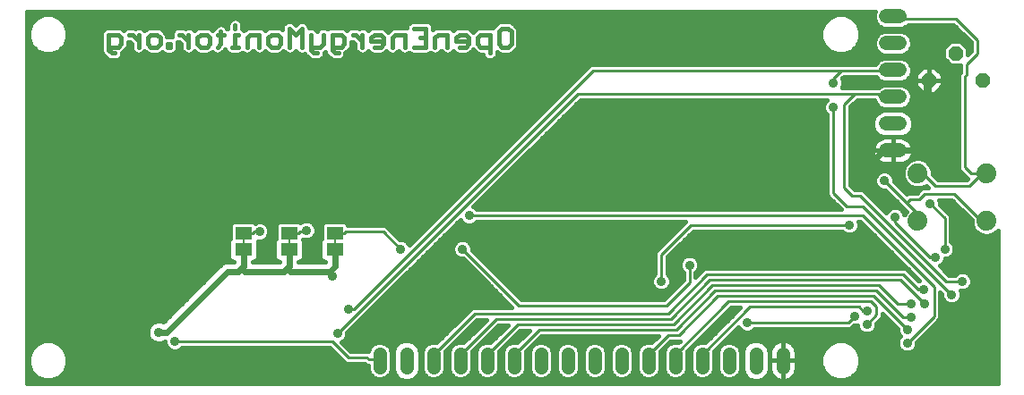
<source format=gbl>
G75*
%MOIN*%
%OFA0B0*%
%FSLAX24Y24*%
%IPPOS*%
%LPD*%
%AMOC8*
5,1,8,0,0,1.08239X$1,22.5*
%
%ADD10C,0.0170*%
%ADD11C,0.0515*%
%ADD12OC8,0.0520*%
%ADD13C,0.0740*%
%ADD14C,0.0520*%
%ADD15R,0.0630X0.0460*%
%ADD16R,0.0080X0.0250*%
%ADD17C,0.0240*%
%ADD18C,0.0357*%
%ADD19C,0.0100*%
%ADD20C,0.0160*%
D10*
X003532Y012685D02*
X003417Y012800D01*
X003417Y013375D01*
X003762Y013375D01*
X003877Y013260D01*
X003877Y013030D01*
X003762Y012915D01*
X003417Y012915D01*
X003532Y012685D02*
X003647Y012685D01*
X004537Y012915D02*
X004537Y013375D01*
X004537Y013145D02*
X004307Y013375D01*
X004192Y013375D01*
X004869Y013260D02*
X004869Y013030D01*
X004984Y012915D01*
X005214Y012915D01*
X005329Y013030D01*
X005329Y013260D01*
X005214Y013375D01*
X004984Y013375D01*
X004869Y013260D01*
X005610Y013030D02*
X005610Y012915D01*
X005725Y012915D01*
X005725Y013030D01*
X005610Y013030D01*
X006040Y013375D02*
X006155Y013375D01*
X006385Y013145D01*
X006385Y012915D02*
X006385Y013375D01*
X006716Y013260D02*
X006831Y013375D01*
X007062Y013375D01*
X007177Y013260D01*
X007177Y013030D01*
X007062Y012915D01*
X006831Y012915D01*
X006716Y013030D01*
X006716Y013260D01*
X007474Y013375D02*
X007705Y013375D01*
X007590Y013490D02*
X007590Y013030D01*
X007474Y012915D01*
X008002Y012915D02*
X008233Y012915D01*
X008117Y012915D02*
X008117Y013375D01*
X008233Y013375D01*
X008564Y013260D02*
X008564Y012915D01*
X009024Y012915D02*
X009024Y013375D01*
X008679Y013375D01*
X008564Y013260D01*
X008117Y013606D02*
X008117Y013721D01*
X009356Y013260D02*
X009471Y013375D01*
X009701Y013375D01*
X009816Y013260D01*
X009816Y013030D01*
X009701Y012915D01*
X009471Y012915D01*
X009356Y013030D01*
X009356Y013260D01*
X010148Y012915D02*
X010148Y013606D01*
X010378Y013375D01*
X010608Y013606D01*
X010608Y012915D01*
X010940Y012915D02*
X011285Y012915D01*
X011400Y013030D01*
X011400Y013375D01*
X011732Y013375D02*
X012077Y013375D01*
X012192Y013260D01*
X012192Y013030D01*
X012077Y012915D01*
X011732Y012915D01*
X011732Y012800D02*
X011732Y013375D01*
X012507Y013375D02*
X012622Y013375D01*
X012852Y013145D01*
X012852Y012915D02*
X012852Y013375D01*
X013183Y013260D02*
X013183Y013145D01*
X013644Y013145D01*
X013644Y013030D02*
X013644Y013260D01*
X013529Y013375D01*
X013298Y013375D01*
X013183Y013260D01*
X013529Y012915D02*
X013644Y013030D01*
X013529Y012915D02*
X013298Y012915D01*
X013975Y012915D02*
X013975Y013260D01*
X014090Y013375D01*
X014436Y013375D01*
X014436Y012915D01*
X014767Y012915D02*
X015227Y012915D01*
X015227Y013606D01*
X014767Y013606D01*
X014997Y013260D02*
X015227Y013260D01*
X015559Y013260D02*
X015559Y012915D01*
X016019Y012915D02*
X016019Y013375D01*
X015674Y013375D01*
X015559Y013260D01*
X016351Y013260D02*
X016351Y013145D01*
X016811Y013145D01*
X016811Y013030D02*
X016811Y013260D01*
X016696Y013375D01*
X016466Y013375D01*
X016351Y013260D01*
X016696Y012915D02*
X016811Y013030D01*
X016696Y012915D02*
X016466Y012915D01*
X017143Y013030D02*
X017258Y012915D01*
X017603Y012915D01*
X017603Y012685D02*
X017603Y013375D01*
X017258Y013375D01*
X017143Y013260D01*
X017143Y013030D01*
X017935Y013030D02*
X018050Y012915D01*
X018280Y012915D01*
X018395Y013030D01*
X018395Y013490D01*
X018280Y013606D01*
X018050Y013606D01*
X017935Y013490D01*
X017935Y013030D01*
X011962Y012685D02*
X011847Y012685D01*
X011732Y012800D01*
X011170Y012685D02*
X011055Y012685D01*
X010940Y012800D01*
X010940Y013375D01*
D11*
X013507Y001479D02*
X013507Y000964D01*
X014507Y000964D02*
X014507Y001479D01*
X015507Y001479D02*
X015507Y000964D01*
X016507Y000964D02*
X016507Y001479D01*
X017507Y001479D02*
X017507Y000964D01*
X018507Y000964D02*
X018507Y001479D01*
X019507Y001479D02*
X019507Y000964D01*
X020507Y000964D02*
X020507Y001479D01*
X021507Y001479D02*
X021507Y000964D01*
X022507Y000964D02*
X022507Y001479D01*
X023507Y001479D02*
X023507Y000964D01*
X024507Y000964D02*
X024507Y001479D01*
X025507Y001479D02*
X025507Y000964D01*
X026507Y000964D02*
X026507Y001479D01*
X027507Y001479D02*
X027507Y000964D01*
X028507Y000964D02*
X028507Y001479D01*
D12*
X033930Y011680D03*
X035930Y011680D03*
X034930Y012680D03*
D13*
X036082Y008204D03*
X033522Y008204D03*
X033522Y006424D03*
X036082Y006424D03*
D14*
X032855Y009054D02*
X032335Y009054D01*
X032335Y010054D02*
X032855Y010054D01*
X032855Y011054D02*
X032335Y011054D01*
X032335Y012054D02*
X032855Y012054D01*
X032855Y013054D02*
X032335Y013054D01*
X032335Y014054D02*
X032855Y014054D01*
D15*
X011830Y005980D03*
X011830Y005380D03*
X010130Y005380D03*
X010130Y005980D03*
X008430Y005980D03*
X008430Y005380D03*
D16*
X008430Y005680D03*
X010130Y005680D03*
X011830Y005680D03*
D17*
X011830Y005380D02*
X011830Y004730D01*
X011630Y004530D01*
X011680Y004430D01*
X011730Y004380D01*
X011630Y004530D02*
X010180Y004530D01*
X010055Y004655D01*
X010130Y004730D01*
X010130Y005380D01*
X010055Y004655D02*
X009930Y004530D01*
X008480Y004530D01*
X008355Y004655D01*
X008230Y004530D01*
X007830Y004530D01*
X005580Y002280D01*
X005280Y002280D01*
X008355Y004655D02*
X008430Y004730D01*
X008430Y005380D01*
X018280Y007580D02*
X027680Y007580D01*
X031780Y007580D02*
X031780Y008580D01*
X032254Y009054D01*
X032595Y009054D01*
X033554Y009054D01*
X033830Y009330D01*
X033830Y009780D01*
X033830Y011580D01*
X033930Y011680D01*
D18*
X030380Y011580D03*
X030380Y010680D03*
X028980Y009580D03*
X032280Y007930D03*
X031780Y007580D03*
X032680Y006580D03*
X033980Y007080D03*
X030980Y006280D03*
X034180Y005080D03*
X034530Y005380D03*
X035180Y004180D03*
X034780Y003680D03*
X033780Y003330D03*
X033280Y003330D03*
X033280Y002830D03*
X033130Y002380D03*
X033130Y001880D03*
X031630Y002580D03*
X031180Y002880D03*
X031630Y003080D03*
X033730Y003880D03*
X029580Y002080D03*
X027180Y002630D03*
X023980Y004180D03*
X025030Y004780D03*
X027680Y007580D03*
X023780Y008380D03*
X018280Y007580D03*
X016830Y006630D03*
X016580Y005380D03*
X014280Y005380D03*
X011730Y004380D03*
X012330Y003130D03*
X011930Y002230D03*
X009380Y001380D03*
X007680Y000580D03*
X005880Y001930D03*
X005280Y002280D03*
X002980Y000880D03*
X009030Y006030D03*
X010780Y006080D03*
X006080Y006880D03*
X002480Y006680D03*
X006180Y010280D03*
X015280Y008780D03*
X029280Y012580D03*
X031780Y013480D03*
X029480Y013880D03*
X034380Y013480D03*
X034180Y009580D03*
X029480Y000680D03*
X033080Y000580D03*
D19*
X033130Y001880D02*
X034130Y002880D01*
X034130Y003980D01*
X031480Y006630D01*
X016830Y006630D01*
X016580Y005380D02*
X018680Y003280D01*
X024180Y003280D01*
X025030Y004130D01*
X025030Y004780D01*
X023980Y005180D02*
X025080Y006280D01*
X030980Y006280D01*
X030880Y006980D02*
X030380Y007480D01*
X030380Y010680D01*
X030780Y010780D02*
X031180Y011180D01*
X032030Y011180D01*
X032130Y011080D01*
X032580Y011080D01*
X032595Y011054D01*
X031180Y011180D02*
X020880Y011180D01*
X011930Y002230D01*
X011730Y001930D02*
X012330Y001330D01*
X013030Y001330D01*
X013080Y001280D01*
X013430Y001280D01*
X013480Y001230D01*
X013507Y001221D01*
X011730Y001930D02*
X005880Y001930D01*
X012330Y003130D02*
X012530Y003130D01*
X021430Y012030D01*
X030680Y012030D01*
X030380Y011730D01*
X030380Y011580D01*
X030680Y012030D02*
X032580Y012030D01*
X032595Y012054D01*
X035280Y011830D02*
X035280Y008430D01*
X035506Y008204D01*
X036082Y008204D01*
X036080Y008180D01*
X035880Y008180D01*
X035430Y007730D01*
X034180Y007730D01*
X033730Y008180D01*
X033530Y008180D01*
X033522Y008204D01*
X033105Y007105D02*
X032280Y007930D01*
X031380Y007380D02*
X031080Y007380D01*
X030780Y007680D01*
X030780Y010780D01*
X033830Y009780D02*
X034030Y009580D01*
X034180Y009580D01*
X033780Y007430D02*
X033580Y007230D01*
X033230Y007230D01*
X033105Y007105D01*
X033480Y006730D01*
X033480Y006430D01*
X033522Y006424D01*
X032680Y006380D02*
X033980Y005080D01*
X034180Y005080D01*
X034530Y005380D02*
X034530Y006530D01*
X033980Y007080D01*
X033780Y007430D02*
X034880Y007430D01*
X035880Y006430D01*
X036080Y006430D01*
X036082Y006424D01*
X032680Y006380D02*
X032680Y006580D01*
X031480Y006980D02*
X030880Y006980D01*
X031480Y006980D02*
X034780Y003680D01*
X033780Y003330D02*
X032880Y004230D01*
X025780Y004230D01*
X024330Y002780D01*
X017830Y002780D01*
X016530Y001480D01*
X016530Y001230D01*
X016507Y001221D01*
X015530Y001230D02*
X015507Y001221D01*
X015530Y001230D02*
X015530Y001480D01*
X017030Y002980D01*
X024230Y002980D01*
X025680Y004430D01*
X032980Y004430D01*
X033530Y003880D01*
X033730Y003880D01*
X034580Y004180D02*
X031380Y007380D01*
X023980Y005180D02*
X023980Y004180D01*
X024430Y002580D02*
X025880Y004030D01*
X032080Y004030D01*
X032780Y003330D01*
X033280Y003330D01*
X033280Y002830D02*
X032980Y002830D01*
X031980Y003830D01*
X025980Y003830D01*
X024530Y002380D01*
X019430Y002380D01*
X018530Y001480D01*
X018530Y001230D01*
X018507Y001221D01*
X017530Y001230D02*
X017507Y001221D01*
X017530Y001230D02*
X017530Y001480D01*
X018630Y002580D01*
X024430Y002580D01*
X024230Y002180D02*
X023530Y001480D01*
X023530Y001230D01*
X023507Y001221D01*
X024507Y001221D02*
X024530Y001230D01*
X024530Y001480D01*
X026480Y003430D01*
X031780Y003430D01*
X031980Y003230D01*
X031980Y002930D01*
X031630Y002580D01*
X031180Y002880D02*
X030930Y002630D01*
X027180Y002630D01*
X027280Y003230D02*
X025530Y001480D01*
X025530Y001230D01*
X025507Y001221D01*
X024630Y002180D02*
X024230Y002180D01*
X024630Y002180D02*
X026080Y003630D01*
X031880Y003630D01*
X033130Y002380D01*
X031630Y003080D02*
X031480Y003080D01*
X031330Y003230D01*
X027280Y003230D01*
X034580Y004180D02*
X035180Y004180D01*
X035280Y011830D02*
X035330Y011880D01*
X035330Y012280D01*
X035730Y012680D01*
X035730Y013180D01*
X034930Y013980D01*
X032668Y013980D01*
X032595Y014054D01*
X014280Y005380D02*
X013630Y006030D01*
X012230Y006030D01*
X012180Y005980D01*
X011830Y005980D01*
X010780Y006080D02*
X010730Y006030D01*
X010530Y006030D01*
X010480Y005980D01*
X010130Y005980D01*
X009030Y006030D02*
X008830Y006030D01*
X008780Y005980D01*
X008430Y005980D01*
D20*
X000365Y000365D02*
X000365Y014245D01*
X031938Y014245D01*
X031895Y014141D01*
X031895Y013966D01*
X031962Y013804D01*
X032085Y013681D01*
X032247Y013614D01*
X032942Y013614D01*
X033104Y013681D01*
X033173Y013750D01*
X034835Y013750D01*
X035500Y013085D01*
X035500Y012775D01*
X035370Y012645D01*
X035370Y012862D01*
X035112Y013120D01*
X034748Y013120D01*
X034490Y012862D01*
X034490Y012498D01*
X034748Y012240D01*
X035100Y012240D01*
X035100Y011975D01*
X035050Y011925D01*
X035050Y008335D01*
X035276Y008109D01*
X035276Y008109D01*
X035380Y008005D01*
X035335Y007960D01*
X034275Y007960D01*
X034072Y008163D01*
X034072Y008313D01*
X033988Y008515D01*
X033834Y008670D01*
X033631Y008754D01*
X033413Y008754D01*
X033210Y008670D01*
X033056Y008515D01*
X032972Y008313D01*
X032972Y008094D01*
X033056Y007892D01*
X033210Y007738D01*
X033413Y007654D01*
X033631Y007654D01*
X033834Y007738D01*
X033840Y007744D01*
X033925Y007660D01*
X033685Y007660D01*
X033485Y007460D01*
X033135Y007460D01*
X033105Y007430D01*
X032638Y007897D01*
X032638Y008001D01*
X032584Y008133D01*
X032483Y008234D01*
X032351Y008288D01*
X032209Y008288D01*
X032077Y008234D01*
X031976Y008133D01*
X031922Y008001D01*
X031922Y007859D01*
X031976Y007727D01*
X032077Y007626D01*
X032209Y007572D01*
X032313Y007572D01*
X032875Y007010D01*
X032875Y007010D01*
X033010Y006875D01*
X033103Y006782D01*
X033056Y006735D01*
X033030Y006672D01*
X032984Y006783D01*
X032883Y006884D01*
X032751Y006938D01*
X032609Y006938D01*
X032477Y006884D01*
X032376Y006783D01*
X032354Y006731D01*
X031610Y007475D01*
X031610Y007475D01*
X031475Y007610D01*
X031175Y007610D01*
X031010Y007775D01*
X031010Y010685D01*
X031275Y010950D01*
X031901Y010950D01*
X031962Y010804D01*
X032085Y010681D01*
X032247Y010614D01*
X032942Y010614D01*
X033104Y010681D01*
X033228Y010804D01*
X033295Y010966D01*
X033295Y011141D01*
X033228Y011303D01*
X033104Y011427D01*
X032942Y011494D01*
X032247Y011494D01*
X032085Y011427D01*
X032069Y011410D01*
X030698Y011410D01*
X030738Y011509D01*
X030738Y011651D01*
X030706Y011730D01*
X030775Y011800D01*
X031966Y011800D01*
X032085Y011681D01*
X032247Y011614D01*
X032942Y011614D01*
X033104Y011681D01*
X033228Y011804D01*
X033295Y011966D01*
X033295Y012141D01*
X033228Y012303D01*
X033104Y012427D01*
X032942Y012494D01*
X032247Y012494D01*
X032085Y012427D01*
X031962Y012303D01*
X031944Y012260D01*
X021335Y012260D01*
X021200Y012125D01*
X014606Y005531D01*
X014584Y005583D01*
X014483Y005684D01*
X014351Y005738D01*
X014247Y005738D01*
X013725Y006260D01*
X012325Y006260D01*
X012325Y006285D01*
X012220Y006390D01*
X011440Y006390D01*
X011335Y006285D01*
X011335Y005769D01*
X011312Y005746D01*
X011275Y005658D01*
X011275Y005102D01*
X011312Y005014D01*
X011379Y004947D01*
X011467Y004910D01*
X011470Y004910D01*
X011470Y004890D01*
X010490Y004890D01*
X010490Y004910D01*
X010493Y004910D01*
X010581Y004947D01*
X010648Y005014D01*
X010685Y005102D01*
X010685Y005658D01*
X010648Y005746D01*
X010647Y005747D01*
X010709Y005722D01*
X010851Y005722D01*
X010983Y005776D01*
X011084Y005877D01*
X011138Y006009D01*
X011138Y006151D01*
X011084Y006283D01*
X010983Y006384D01*
X010851Y006438D01*
X010709Y006438D01*
X010577Y006384D01*
X010551Y006358D01*
X010520Y006390D01*
X009740Y006390D01*
X009635Y006285D01*
X009635Y005769D01*
X009612Y005746D01*
X009575Y005658D01*
X009575Y005102D01*
X009612Y005014D01*
X009679Y004947D01*
X009767Y004910D01*
X009770Y004910D01*
X009770Y004890D01*
X008790Y004890D01*
X008790Y004910D01*
X008793Y004910D01*
X008881Y004947D01*
X008948Y005014D01*
X008985Y005102D01*
X008985Y005658D01*
X008979Y005672D01*
X009101Y005672D01*
X009233Y005726D01*
X009334Y005827D01*
X009388Y005959D01*
X009388Y006101D01*
X009334Y006233D01*
X009233Y006334D01*
X009101Y006388D01*
X008959Y006388D01*
X008861Y006348D01*
X008820Y006390D01*
X008040Y006390D01*
X007935Y006285D01*
X007935Y005769D01*
X007912Y005746D01*
X007875Y005658D01*
X007875Y005102D01*
X007912Y005014D01*
X007979Y004947D01*
X008067Y004910D01*
X008070Y004910D01*
X008070Y004890D01*
X007758Y004890D01*
X007626Y004835D01*
X007525Y004734D01*
X005452Y002661D01*
X005363Y002698D01*
X005197Y002698D01*
X005043Y002635D01*
X004925Y002517D01*
X004862Y002363D01*
X004862Y002197D01*
X004925Y002043D01*
X005043Y001925D01*
X005197Y001862D01*
X005363Y001862D01*
X005504Y001920D01*
X005522Y001920D01*
X005522Y001859D01*
X005576Y001727D01*
X005677Y001626D01*
X005809Y001572D01*
X005951Y001572D01*
X006083Y001626D01*
X006157Y001700D01*
X011635Y001700D01*
X012100Y001235D01*
X012235Y001100D01*
X012935Y001100D01*
X012985Y001050D01*
X013069Y001050D01*
X013069Y000877D01*
X013136Y000716D01*
X013259Y000593D01*
X013420Y000526D01*
X013594Y000526D01*
X013755Y000593D01*
X013878Y000716D01*
X013944Y000877D01*
X013944Y001566D01*
X013878Y001727D01*
X013755Y001850D01*
X013594Y001916D01*
X013420Y001916D01*
X013259Y001850D01*
X013136Y001727D01*
X013069Y001566D01*
X013069Y001560D01*
X012425Y001560D01*
X012081Y001904D01*
X012133Y001926D01*
X012234Y002027D01*
X012288Y002159D01*
X012288Y002263D01*
X016504Y006479D01*
X016526Y006427D01*
X016627Y006326D01*
X016759Y006272D01*
X016901Y006272D01*
X017033Y006326D01*
X017107Y006400D01*
X024875Y006400D01*
X024850Y006375D01*
X023750Y005275D01*
X023750Y004457D01*
X023676Y004383D01*
X023622Y004251D01*
X023622Y004109D01*
X023676Y003977D01*
X023777Y003876D01*
X023909Y003822D01*
X024051Y003822D01*
X024183Y003876D01*
X024284Y003977D01*
X024338Y004109D01*
X024338Y004251D01*
X024284Y004383D01*
X024210Y004457D01*
X024210Y005085D01*
X025175Y006050D01*
X030703Y006050D01*
X030777Y005976D01*
X030909Y005922D01*
X031051Y005922D01*
X031183Y005976D01*
X031284Y006077D01*
X031338Y006209D01*
X031338Y006351D01*
X031318Y006400D01*
X031385Y006400D01*
X033579Y004206D01*
X033544Y004191D01*
X033210Y004525D01*
X033075Y004660D01*
X025585Y004660D01*
X025260Y004335D01*
X025260Y004503D01*
X025334Y004577D01*
X025388Y004709D01*
X025388Y004851D01*
X025334Y004983D01*
X025233Y005084D01*
X025101Y005138D01*
X024959Y005138D01*
X024827Y005084D01*
X024726Y004983D01*
X024672Y004851D01*
X024672Y004709D01*
X024726Y004577D01*
X024800Y004503D01*
X024800Y004225D01*
X024085Y003510D01*
X018775Y003510D01*
X016938Y005347D01*
X016938Y005451D01*
X016884Y005583D01*
X016783Y005684D01*
X016651Y005738D01*
X016509Y005738D01*
X016377Y005684D01*
X016276Y005583D01*
X016222Y005451D01*
X016222Y005309D01*
X016276Y005177D01*
X016377Y005076D01*
X016509Y005022D01*
X016613Y005022D01*
X018425Y003210D01*
X016935Y003210D01*
X015627Y001902D01*
X015594Y001916D01*
X015420Y001916D01*
X015259Y001850D01*
X015136Y001727D01*
X015069Y001566D01*
X015069Y000877D01*
X015136Y000716D01*
X015259Y000593D01*
X015420Y000526D01*
X015594Y000526D01*
X015755Y000593D01*
X015878Y000716D01*
X015944Y000877D01*
X015944Y001566D01*
X015943Y001568D01*
X017125Y002750D01*
X017475Y002750D01*
X016627Y001902D01*
X016594Y001916D01*
X016420Y001916D01*
X016259Y001850D01*
X016136Y001727D01*
X016069Y001566D01*
X016069Y000877D01*
X016136Y000716D01*
X016259Y000593D01*
X016420Y000526D01*
X016594Y000526D01*
X016755Y000593D01*
X016878Y000716D01*
X016944Y000877D01*
X016944Y001566D01*
X016943Y001568D01*
X017925Y002550D01*
X018275Y002550D01*
X017627Y001902D01*
X017594Y001916D01*
X017420Y001916D01*
X017259Y001850D01*
X017136Y001727D01*
X017069Y001566D01*
X017069Y000877D01*
X017136Y000716D01*
X017259Y000593D01*
X017420Y000526D01*
X017594Y000526D01*
X017755Y000593D01*
X017878Y000716D01*
X017944Y000877D01*
X017944Y001566D01*
X017943Y001568D01*
X018725Y002350D01*
X019075Y002350D01*
X018627Y001902D01*
X018594Y001916D01*
X018420Y001916D01*
X018259Y001850D01*
X018136Y001727D01*
X018069Y001566D01*
X018069Y000877D01*
X018136Y000716D01*
X018259Y000593D01*
X018420Y000526D01*
X018594Y000526D01*
X018755Y000593D01*
X018878Y000716D01*
X018944Y000877D01*
X018944Y001566D01*
X018943Y001568D01*
X019525Y002150D01*
X023875Y002150D01*
X023627Y001902D01*
X023594Y001916D01*
X023420Y001916D01*
X023259Y001850D01*
X023136Y001727D01*
X023069Y001566D01*
X023069Y000877D01*
X023136Y000716D01*
X023259Y000593D01*
X023420Y000526D01*
X023594Y000526D01*
X023755Y000593D01*
X023878Y000716D01*
X023944Y000877D01*
X023944Y001566D01*
X023943Y001568D01*
X024325Y001950D01*
X024675Y001950D01*
X024627Y001902D01*
X024594Y001916D01*
X024420Y001916D01*
X024259Y001850D01*
X024136Y001727D01*
X024069Y001566D01*
X024069Y000877D01*
X024136Y000716D01*
X024259Y000593D01*
X024420Y000526D01*
X024594Y000526D01*
X024755Y000593D01*
X024878Y000716D01*
X024944Y000877D01*
X024944Y001566D01*
X024943Y001568D01*
X026575Y003200D01*
X026925Y003200D01*
X025627Y001902D01*
X025594Y001916D01*
X025420Y001916D01*
X025259Y001850D01*
X025136Y001727D01*
X025069Y001566D01*
X025069Y000877D01*
X025136Y000716D01*
X025259Y000593D01*
X025420Y000526D01*
X025594Y000526D01*
X025755Y000593D01*
X025878Y000716D01*
X025944Y000877D01*
X025944Y001566D01*
X025943Y001568D01*
X026854Y002479D01*
X026876Y002427D01*
X026977Y002326D01*
X027109Y002272D01*
X027251Y002272D01*
X027383Y002326D01*
X027457Y002400D01*
X031025Y002400D01*
X031147Y002522D01*
X031251Y002522D01*
X031272Y002530D01*
X031272Y002509D01*
X031326Y002377D01*
X031427Y002276D01*
X031559Y002222D01*
X031701Y002222D01*
X031833Y002276D01*
X031934Y002377D01*
X031988Y002509D01*
X031988Y002613D01*
X032075Y002700D01*
X032075Y002700D01*
X032210Y002835D01*
X032210Y002975D01*
X032772Y002413D01*
X032772Y002309D01*
X032826Y002177D01*
X032873Y002130D01*
X032826Y002083D01*
X032772Y001951D01*
X032772Y001809D01*
X032826Y001677D01*
X032927Y001576D01*
X033059Y001522D01*
X033201Y001522D01*
X033333Y001576D01*
X033434Y001677D01*
X033488Y001809D01*
X033488Y001913D01*
X034225Y002650D01*
X034360Y002785D01*
X034360Y003775D01*
X034422Y003713D01*
X034422Y003609D01*
X034476Y003477D01*
X034577Y003376D01*
X034709Y003322D01*
X034851Y003322D01*
X034983Y003376D01*
X035084Y003477D01*
X035138Y003609D01*
X035138Y003751D01*
X035109Y003822D01*
X035251Y003822D01*
X035383Y003876D01*
X035484Y003977D01*
X035538Y004109D01*
X035538Y004251D01*
X035484Y004383D01*
X035383Y004484D01*
X035251Y004538D01*
X035109Y004538D01*
X034977Y004484D01*
X034903Y004410D01*
X034675Y004410D01*
X034331Y004754D01*
X034383Y004776D01*
X034484Y004877D01*
X034538Y005009D01*
X034538Y005022D01*
X034601Y005022D01*
X034733Y005076D01*
X034834Y005177D01*
X034888Y005309D01*
X034888Y005451D01*
X034834Y005583D01*
X034760Y005657D01*
X034760Y006625D01*
X034625Y006760D01*
X034338Y007047D01*
X034338Y007151D01*
X034318Y007200D01*
X034785Y007200D01*
X035532Y006453D01*
X035532Y006314D01*
X035616Y006112D01*
X035770Y005958D01*
X035973Y005874D01*
X036191Y005874D01*
X036394Y005958D01*
X036495Y006059D01*
X036495Y000365D01*
X000365Y000365D01*
X000365Y000497D02*
X000998Y000497D01*
X001015Y000490D02*
X001306Y000490D01*
X001574Y000601D01*
X001780Y000807D01*
X001891Y001076D01*
X001891Y001367D01*
X001780Y001636D01*
X001574Y001841D01*
X001306Y001953D01*
X001015Y001953D01*
X000746Y001841D01*
X000540Y001636D01*
X000429Y001367D01*
X000429Y001076D01*
X000540Y000807D01*
X000746Y000601D01*
X001015Y000490D01*
X001322Y000497D02*
X014334Y000497D01*
X014408Y000466D02*
X014225Y000542D01*
X014085Y000682D01*
X014009Y000865D01*
X014009Y001578D01*
X014085Y001761D01*
X014225Y001901D01*
X014408Y001976D01*
X014606Y001976D01*
X014789Y001901D01*
X014929Y001761D01*
X015004Y001578D01*
X015004Y000865D01*
X014929Y000682D01*
X014789Y000542D01*
X014606Y000466D01*
X014408Y000466D01*
X014680Y000497D02*
X027334Y000497D01*
X027408Y000466D02*
X027606Y000466D01*
X027789Y000542D01*
X027929Y000682D01*
X028004Y000865D01*
X028004Y001578D01*
X027929Y001761D01*
X027789Y001901D01*
X027606Y001976D01*
X027408Y001976D01*
X027225Y001901D01*
X027085Y001761D01*
X027009Y001578D01*
X027009Y000865D01*
X027085Y000682D01*
X027225Y000542D01*
X027408Y000466D01*
X027680Y000497D02*
X028334Y000497D01*
X028316Y000503D02*
X028390Y000479D01*
X028468Y000466D01*
X028507Y000466D01*
X028546Y000466D01*
X028623Y000479D01*
X028698Y000503D01*
X028768Y000538D01*
X028831Y000584D01*
X028886Y000640D01*
X028932Y000703D01*
X028968Y000773D01*
X028992Y000847D01*
X029004Y000925D01*
X029004Y001221D01*
X028507Y001221D01*
X028507Y000466D01*
X028507Y001221D01*
X028507Y001221D01*
X028507Y001221D01*
X029004Y001221D01*
X029004Y001518D01*
X028992Y001595D01*
X028968Y001670D01*
X028932Y001740D01*
X028886Y001803D01*
X028831Y001858D01*
X028768Y001904D01*
X028698Y001940D01*
X028623Y001964D01*
X028546Y001976D01*
X028507Y001976D01*
X028507Y001221D01*
X028009Y001221D01*
X028009Y000925D01*
X028022Y000847D01*
X028046Y000773D01*
X028081Y000703D01*
X028127Y000640D01*
X028183Y000584D01*
X028246Y000538D01*
X028316Y000503D01*
X028507Y000497D02*
X028507Y000497D01*
X028507Y000656D02*
X028507Y000656D01*
X028507Y000814D02*
X028507Y000814D01*
X028507Y000973D02*
X028507Y000973D01*
X028507Y001131D02*
X028507Y001131D01*
X028507Y001221D02*
X028507Y001221D01*
X028507Y001221D01*
X028009Y001221D01*
X028009Y001518D01*
X028022Y001595D01*
X028046Y001670D01*
X028081Y001740D01*
X028127Y001803D01*
X028183Y001858D01*
X028246Y001904D01*
X028316Y001940D01*
X028390Y001964D01*
X028468Y001976D01*
X028507Y001976D01*
X028507Y001221D01*
X028507Y001290D02*
X028507Y001290D01*
X028507Y001448D02*
X028507Y001448D01*
X028507Y001607D02*
X028507Y001607D01*
X028507Y001765D02*
X028507Y001765D01*
X028507Y001924D02*
X028507Y001924D01*
X028730Y001924D02*
X030441Y001924D01*
X030511Y001953D02*
X030242Y001841D01*
X030037Y001636D01*
X029925Y001367D01*
X029925Y001076D01*
X030037Y000807D01*
X030242Y000601D01*
X030511Y000490D01*
X030802Y000490D01*
X031071Y000601D01*
X031276Y000807D01*
X031388Y001076D01*
X031388Y001367D01*
X031276Y001636D01*
X031071Y001841D01*
X030802Y001953D01*
X030511Y001953D01*
X030872Y001924D02*
X032772Y001924D01*
X032790Y001765D02*
X031147Y001765D01*
X031288Y001607D02*
X032897Y001607D01*
X033363Y001607D02*
X036495Y001607D01*
X036495Y001765D02*
X033470Y001765D01*
X033499Y001924D02*
X036495Y001924D01*
X036495Y002082D02*
X033657Y002082D01*
X033816Y002241D02*
X036495Y002241D01*
X036495Y002399D02*
X033974Y002399D01*
X034133Y002558D02*
X036495Y002558D01*
X036495Y002716D02*
X034291Y002716D01*
X034360Y002875D02*
X036495Y002875D01*
X036495Y003033D02*
X034360Y003033D01*
X034360Y003192D02*
X036495Y003192D01*
X036495Y003350D02*
X034920Y003350D01*
X035097Y003509D02*
X036495Y003509D01*
X036495Y003667D02*
X035138Y003667D01*
X035261Y003826D02*
X036495Y003826D01*
X036495Y003984D02*
X035487Y003984D01*
X035538Y004143D02*
X036495Y004143D01*
X036495Y004301D02*
X035518Y004301D01*
X035407Y004460D02*
X036495Y004460D01*
X036495Y004618D02*
X034467Y004618D01*
X034383Y004777D02*
X036495Y004777D01*
X036495Y004935D02*
X034508Y004935D01*
X034750Y005094D02*
X036495Y005094D01*
X036495Y005252D02*
X034865Y005252D01*
X034888Y005411D02*
X036495Y005411D01*
X036495Y005569D02*
X034840Y005569D01*
X034760Y005728D02*
X036495Y005728D01*
X036495Y005886D02*
X036221Y005886D01*
X035943Y005886D02*
X034760Y005886D01*
X034760Y006045D02*
X035684Y006045D01*
X035578Y006203D02*
X034760Y006203D01*
X034760Y006362D02*
X035532Y006362D01*
X035465Y006520D02*
X034760Y006520D01*
X034707Y006679D02*
X035306Y006679D01*
X035148Y006837D02*
X034548Y006837D01*
X034390Y006996D02*
X034989Y006996D01*
X034831Y007154D02*
X034337Y007154D01*
X033654Y007630D02*
X032906Y007630D01*
X032747Y007788D02*
X033160Y007788D01*
X033033Y007947D02*
X032638Y007947D01*
X032595Y008105D02*
X032972Y008105D01*
X032972Y008264D02*
X032411Y008264D01*
X032149Y008264D02*
X031010Y008264D01*
X031010Y008422D02*
X033017Y008422D01*
X032972Y008566D02*
X033046Y008590D01*
X033117Y008626D01*
X033180Y008672D01*
X033236Y008728D01*
X033282Y008792D01*
X033318Y008862D01*
X033342Y008937D01*
X033355Y009014D01*
X033355Y009054D01*
X033355Y009093D01*
X033342Y009171D01*
X033318Y009246D01*
X033282Y009316D01*
X033236Y009379D01*
X033180Y009435D01*
X033117Y009481D01*
X033046Y009517D01*
X032972Y009541D01*
X032894Y009554D01*
X032595Y009554D01*
X032595Y009054D01*
X033355Y009054D01*
X032595Y009054D01*
X032595Y009054D01*
X032595Y009054D01*
X032595Y009554D01*
X032295Y009554D01*
X032217Y009541D01*
X032143Y009517D01*
X032073Y009481D01*
X032009Y009435D01*
X031953Y009379D01*
X031907Y009316D01*
X031871Y009246D01*
X031847Y009171D01*
X031835Y009093D01*
X031835Y009054D01*
X032595Y009054D01*
X032595Y008554D01*
X032894Y008554D01*
X032972Y008566D01*
X033017Y008581D02*
X033121Y008581D01*
X033244Y008739D02*
X033377Y008739D01*
X033330Y008898D02*
X035050Y008898D01*
X035050Y009056D02*
X033355Y009056D01*
X033328Y009215D02*
X035050Y009215D01*
X035050Y009373D02*
X033241Y009373D01*
X033002Y009532D02*
X035050Y009532D01*
X035050Y009690D02*
X033198Y009690D01*
X033138Y009630D02*
X033278Y009770D01*
X033355Y009954D01*
X033355Y010153D01*
X033278Y010337D01*
X033138Y010478D01*
X032954Y010554D01*
X032235Y010554D01*
X032051Y010478D01*
X031911Y010337D01*
X031835Y010153D01*
X031835Y009954D01*
X031911Y009770D01*
X032051Y009630D01*
X032235Y009554D01*
X032954Y009554D01*
X033138Y009630D01*
X032595Y009532D02*
X032595Y009532D01*
X032595Y009373D02*
X032595Y009373D01*
X032595Y009215D02*
X032595Y009215D01*
X032595Y009056D02*
X032595Y009056D01*
X032595Y009054D02*
X032595Y009054D01*
X032595Y009054D01*
X032595Y008554D01*
X032295Y008554D01*
X032217Y008566D01*
X032143Y008590D01*
X032073Y008626D01*
X032009Y008672D01*
X031953Y008728D01*
X031907Y008792D01*
X031871Y008862D01*
X031847Y008937D01*
X031835Y009014D01*
X031835Y009054D01*
X032595Y009054D01*
X032595Y008898D02*
X032595Y008898D01*
X032595Y008739D02*
X032595Y008739D01*
X032595Y008581D02*
X032595Y008581D01*
X032173Y008581D02*
X031010Y008581D01*
X031010Y008739D02*
X031945Y008739D01*
X031860Y008898D02*
X031010Y008898D01*
X031010Y009056D02*
X031835Y009056D01*
X031861Y009215D02*
X031010Y009215D01*
X031010Y009373D02*
X031949Y009373D01*
X032187Y009532D02*
X031010Y009532D01*
X031010Y009690D02*
X031991Y009690D01*
X031878Y009849D02*
X031010Y009849D01*
X031010Y010007D02*
X031835Y010007D01*
X031840Y010166D02*
X031010Y010166D01*
X031010Y010324D02*
X031905Y010324D01*
X032063Y010483D02*
X031010Y010483D01*
X031010Y010641D02*
X032181Y010641D01*
X031966Y010800D02*
X031125Y010800D01*
X030143Y010950D02*
X030076Y010883D01*
X030022Y010751D01*
X030022Y010609D01*
X030076Y010477D01*
X030150Y010403D01*
X030150Y007385D01*
X030285Y007250D01*
X030675Y006860D01*
X017107Y006860D01*
X017033Y006934D01*
X016981Y006956D01*
X020975Y010950D01*
X030143Y010950D01*
X030042Y010800D02*
X020825Y010800D01*
X020666Y010641D02*
X030022Y010641D01*
X030074Y010483D02*
X020508Y010483D01*
X020349Y010324D02*
X030150Y010324D01*
X030150Y010166D02*
X020191Y010166D01*
X020032Y010007D02*
X030150Y010007D01*
X030150Y009849D02*
X019874Y009849D01*
X019715Y009690D02*
X030150Y009690D01*
X030150Y009532D02*
X019557Y009532D01*
X019398Y009373D02*
X030150Y009373D01*
X030150Y009215D02*
X019240Y009215D01*
X019081Y009056D02*
X030150Y009056D01*
X030150Y008898D02*
X018923Y008898D01*
X018764Y008739D02*
X030150Y008739D01*
X030150Y008581D02*
X018606Y008581D01*
X018447Y008422D02*
X030150Y008422D01*
X030150Y008264D02*
X018289Y008264D01*
X018130Y008105D02*
X030150Y008105D01*
X030150Y007947D02*
X017972Y007947D01*
X017813Y007788D02*
X030150Y007788D01*
X030150Y007630D02*
X017655Y007630D01*
X017496Y007471D02*
X030150Y007471D01*
X030222Y007313D02*
X017338Y007313D01*
X017179Y007154D02*
X030381Y007154D01*
X030539Y006996D02*
X017021Y006996D01*
X016229Y007154D02*
X000365Y007154D01*
X000365Y007313D02*
X016387Y007313D01*
X016546Y007471D02*
X000365Y007471D01*
X000365Y007630D02*
X016704Y007630D01*
X016863Y007788D02*
X000365Y007788D01*
X000365Y007947D02*
X017021Y007947D01*
X017180Y008105D02*
X000365Y008105D01*
X000365Y008264D02*
X017338Y008264D01*
X017497Y008422D02*
X000365Y008422D01*
X000365Y008581D02*
X017655Y008581D01*
X017814Y008739D02*
X000365Y008739D01*
X000365Y008898D02*
X017972Y008898D01*
X018131Y009056D02*
X000365Y009056D01*
X000365Y009215D02*
X018289Y009215D01*
X018448Y009373D02*
X000365Y009373D01*
X000365Y009532D02*
X018606Y009532D01*
X018765Y009690D02*
X000365Y009690D01*
X000365Y009849D02*
X018923Y009849D01*
X019082Y010007D02*
X000365Y010007D01*
X000365Y010166D02*
X019240Y010166D01*
X019399Y010324D02*
X000365Y010324D01*
X000365Y010483D02*
X019557Y010483D01*
X019716Y010641D02*
X000365Y010641D01*
X000365Y010800D02*
X019874Y010800D01*
X020033Y010958D02*
X000365Y010958D01*
X000365Y011117D02*
X020191Y011117D01*
X020350Y011275D02*
X000365Y011275D01*
X000365Y011434D02*
X020508Y011434D01*
X020667Y011592D02*
X000365Y011592D01*
X000365Y011751D02*
X020825Y011751D01*
X020984Y011909D02*
X000365Y011909D01*
X000365Y012068D02*
X021142Y012068D01*
X021200Y012125D02*
X021200Y012125D01*
X021301Y012226D02*
X000365Y012226D01*
X000365Y012385D02*
X032043Y012385D01*
X032085Y012681D02*
X032247Y012614D01*
X032942Y012614D01*
X033104Y012681D01*
X033228Y012804D01*
X033295Y012966D01*
X033295Y013141D01*
X033228Y013303D01*
X033104Y013427D01*
X032942Y013494D01*
X032247Y013494D01*
X032085Y013427D01*
X031962Y013303D01*
X031895Y013141D01*
X031895Y012966D01*
X031962Y012804D01*
X032085Y012681D01*
X032064Y012702D02*
X030894Y012702D01*
X030802Y012663D02*
X031071Y012775D01*
X031276Y012980D01*
X031388Y013249D01*
X031388Y013540D01*
X031276Y013809D01*
X031071Y014014D01*
X030802Y014126D01*
X030511Y014126D01*
X030242Y014014D01*
X030037Y013809D01*
X029925Y013540D01*
X029925Y013249D01*
X030037Y012980D01*
X030242Y012775D01*
X030511Y012663D01*
X030802Y012663D01*
X030419Y012702D02*
X018441Y012702D01*
X018430Y012690D02*
X018505Y012765D01*
X018620Y012880D01*
X018660Y012977D01*
X018660Y013543D01*
X018620Y013641D01*
X018545Y013715D01*
X018505Y013756D01*
X018431Y013829D01*
X018430Y013830D01*
X018430Y013830D01*
X018374Y013853D01*
X018333Y013871D01*
X017997Y013871D01*
X017900Y013830D01*
X017710Y013641D01*
X017702Y013621D01*
X017656Y013640D01*
X017205Y013640D01*
X017108Y013600D01*
X016993Y013485D01*
X016977Y013469D01*
X016961Y013485D01*
X016921Y013525D01*
X016921Y013526D01*
X016846Y013600D01*
X016788Y013624D01*
X016749Y013640D01*
X016413Y013640D01*
X016316Y013600D01*
X016243Y013527D01*
X016169Y013600D01*
X016072Y013640D01*
X015621Y013640D01*
X015524Y013600D01*
X015492Y013569D01*
X015492Y013658D01*
X015452Y013756D01*
X015378Y013830D01*
X015280Y013871D01*
X014714Y013871D01*
X014617Y013830D01*
X014542Y013756D01*
X014502Y013658D01*
X014502Y013635D01*
X014488Y013640D01*
X014038Y013640D01*
X013940Y013600D01*
X013809Y013469D01*
X013794Y013485D01*
X013794Y013485D01*
X013753Y013525D01*
X013753Y013526D01*
X013679Y013600D01*
X013621Y013624D01*
X013581Y013640D01*
X013246Y013640D01*
X013148Y013600D01*
X013075Y013527D01*
X013002Y013600D01*
X012905Y013640D01*
X012799Y013640D01*
X012737Y013615D01*
X012714Y013624D01*
X012674Y013640D01*
X012454Y013640D01*
X012356Y013600D01*
X012292Y013535D01*
X012228Y013599D01*
X012227Y013600D01*
X012227Y013600D01*
X012171Y013623D01*
X012130Y013640D01*
X011679Y013640D01*
X011581Y013600D01*
X011566Y013584D01*
X011550Y013600D01*
X011453Y013640D01*
X011347Y013640D01*
X011250Y013600D01*
X011175Y013526D01*
X011170Y013512D01*
X011164Y013526D01*
X011090Y013600D01*
X010992Y013640D01*
X010887Y013640D01*
X010873Y013635D01*
X010873Y013658D01*
X010856Y013700D01*
X010833Y013756D01*
X010758Y013830D01*
X010756Y013831D01*
X010661Y013871D01*
X010556Y013871D01*
X010514Y013853D01*
X010458Y013830D01*
X010453Y013826D01*
X010384Y013756D01*
X010384Y013756D01*
X010378Y013750D01*
X010372Y013756D01*
X010298Y013830D01*
X010201Y013871D01*
X010095Y013871D01*
X009998Y013830D01*
X009923Y013756D01*
X009883Y013658D01*
X009883Y013569D01*
X009853Y013599D01*
X009851Y013600D01*
X009795Y013623D01*
X009754Y013640D01*
X009418Y013640D01*
X009321Y013600D01*
X009248Y013527D01*
X009175Y013600D01*
X009077Y013640D01*
X008626Y013640D01*
X008529Y013600D01*
X008456Y013527D01*
X008383Y013600D01*
X008382Y013600D01*
X008382Y013773D01*
X008342Y013871D01*
X008268Y013945D01*
X008170Y013986D01*
X008065Y013986D01*
X007967Y013945D01*
X007893Y013871D01*
X007852Y013773D01*
X007852Y013601D01*
X007826Y013612D01*
X007814Y013641D01*
X007740Y013715D01*
X007642Y013755D01*
X007537Y013755D01*
X007439Y013715D01*
X007365Y013641D01*
X007353Y013612D01*
X007324Y013600D01*
X007268Y013544D01*
X007213Y013599D01*
X007212Y013600D01*
X007212Y013600D01*
X007156Y013623D01*
X007114Y013640D01*
X006779Y013640D01*
X006681Y013600D01*
X006608Y013527D01*
X006535Y013600D01*
X006438Y013640D01*
X006332Y013640D01*
X006270Y013615D01*
X006247Y013624D01*
X006207Y013640D01*
X005987Y013640D01*
X005889Y013600D01*
X005815Y013526D01*
X005775Y013428D01*
X005775Y013323D01*
X005788Y013291D01*
X005778Y013295D01*
X005594Y013295D01*
X005594Y013313D01*
X005554Y013410D01*
X005479Y013485D01*
X005439Y013525D01*
X005439Y013526D01*
X005366Y013599D01*
X005364Y013600D01*
X005308Y013623D01*
X005267Y013640D01*
X004931Y013640D01*
X004834Y013600D01*
X004760Y013527D01*
X004687Y013600D01*
X004590Y013640D01*
X004484Y013640D01*
X004422Y013615D01*
X004399Y013624D01*
X004360Y013640D01*
X004139Y013640D01*
X004042Y013600D01*
X003977Y013535D01*
X003914Y013599D01*
X003912Y013600D01*
X003856Y013623D01*
X003815Y013640D01*
X003364Y013640D01*
X003267Y013600D01*
X003192Y013526D01*
X003152Y013428D01*
X003152Y012747D01*
X003192Y012650D01*
X003267Y012575D01*
X003382Y012460D01*
X003479Y012420D01*
X003585Y012420D01*
X003700Y012420D01*
X003797Y012460D01*
X003872Y012535D01*
X003912Y012632D01*
X003912Y012690D01*
X003912Y012690D01*
X003987Y012765D01*
X004102Y012880D01*
X004142Y012977D01*
X004142Y013110D01*
X004197Y013110D01*
X004272Y013035D01*
X004272Y012862D01*
X004313Y012765D01*
X004387Y012690D01*
X004484Y012650D01*
X004590Y012650D01*
X004687Y012690D01*
X004760Y012764D01*
X004834Y012690D01*
X004931Y012650D01*
X005267Y012650D01*
X005364Y012690D01*
X005412Y012738D01*
X005460Y012690D01*
X005557Y012650D01*
X005778Y012650D01*
X005875Y012690D01*
X005950Y012765D01*
X005990Y012862D01*
X005990Y013083D01*
X005977Y013115D01*
X005987Y013110D01*
X006045Y013110D01*
X006120Y013035D01*
X006120Y012862D01*
X006160Y012765D01*
X006235Y012690D01*
X006332Y012650D01*
X006438Y012650D01*
X006535Y012690D01*
X006608Y012764D01*
X006681Y012690D01*
X006779Y012650D01*
X007114Y012650D01*
X007212Y012690D01*
X007268Y012747D01*
X007324Y012690D01*
X007422Y012650D01*
X007527Y012650D01*
X007625Y012690D01*
X007740Y012805D01*
X007755Y012820D01*
X007778Y012765D01*
X007852Y012690D01*
X007950Y012650D01*
X008285Y012650D01*
X008383Y012690D01*
X008398Y012706D01*
X008414Y012690D01*
X008511Y012650D01*
X008617Y012650D01*
X008714Y012690D01*
X008789Y012765D01*
X008794Y012778D01*
X008800Y012765D01*
X008874Y012690D01*
X008972Y012650D01*
X009077Y012650D01*
X009175Y012690D01*
X009248Y012764D01*
X009321Y012690D01*
X009418Y012650D01*
X009754Y012650D01*
X009851Y012690D01*
X009925Y012764D01*
X009998Y012690D01*
X010095Y012650D01*
X010201Y012650D01*
X010298Y012690D01*
X010372Y012765D01*
X010378Y012778D01*
X010384Y012765D01*
X010458Y012690D01*
X010556Y012650D01*
X010661Y012650D01*
X010707Y012669D01*
X010715Y012650D01*
X010830Y012535D01*
X010905Y012460D01*
X011002Y012420D01*
X011223Y012420D01*
X011320Y012460D01*
X011395Y012535D01*
X011435Y012632D01*
X011435Y012690D01*
X011435Y012690D01*
X011474Y012729D01*
X011507Y012650D01*
X011581Y012575D01*
X011697Y012460D01*
X011794Y012420D01*
X012014Y012420D01*
X012112Y012460D01*
X012186Y012535D01*
X012227Y012632D01*
X012227Y012690D01*
X012302Y012765D01*
X012417Y012880D01*
X012457Y012977D01*
X012457Y013110D01*
X012512Y013110D01*
X012587Y013035D01*
X012587Y012862D01*
X012627Y012765D01*
X012702Y012690D01*
X012799Y012650D01*
X012905Y012650D01*
X013002Y012690D01*
X013075Y012764D01*
X013148Y012690D01*
X013246Y012650D01*
X013581Y012650D01*
X013679Y012690D01*
X013752Y012764D01*
X013825Y012690D01*
X013923Y012650D01*
X014028Y012650D01*
X014125Y012690D01*
X014200Y012765D01*
X014205Y012778D01*
X014211Y012765D01*
X014286Y012690D01*
X014383Y012650D01*
X014488Y012650D01*
X014586Y012690D01*
X014601Y012706D01*
X014617Y012690D01*
X014714Y012650D01*
X015280Y012650D01*
X015378Y012690D01*
X015393Y012706D01*
X015409Y012690D01*
X015506Y012650D01*
X015612Y012650D01*
X015709Y012690D01*
X015784Y012765D01*
X015789Y012778D01*
X015795Y012765D01*
X015869Y012690D01*
X015967Y012650D01*
X016072Y012650D01*
X016169Y012690D01*
X016243Y012764D01*
X016316Y012690D01*
X016413Y012650D01*
X016749Y012650D01*
X016846Y012690D01*
X016961Y012805D01*
X016977Y012821D01*
X016993Y012805D01*
X017033Y012765D01*
X017033Y012765D01*
X017108Y012690D01*
X017205Y012650D01*
X017338Y012650D01*
X017338Y012632D01*
X017378Y012535D01*
X017453Y012460D01*
X017550Y012420D01*
X017656Y012420D01*
X017753Y012460D01*
X017828Y012535D01*
X017868Y012632D01*
X017868Y012722D01*
X017900Y012690D01*
X017997Y012650D01*
X018333Y012650D01*
X018430Y012690D01*
X018600Y012860D02*
X030157Y012860D01*
X030021Y013019D02*
X018660Y013019D01*
X018660Y013177D02*
X029955Y013177D01*
X029925Y013336D02*
X018660Y013336D01*
X018660Y013494D02*
X029925Y013494D01*
X029972Y013653D02*
X018608Y013653D01*
X018545Y013715D02*
X018545Y013715D01*
X018505Y013756D02*
X018505Y013756D01*
X018449Y013811D02*
X030039Y013811D01*
X030197Y013970D02*
X008209Y013970D01*
X008026Y013970D02*
X001619Y013970D01*
X001574Y014014D02*
X001306Y014126D01*
X001015Y014126D01*
X000746Y014014D01*
X000540Y013809D01*
X000429Y013540D01*
X000429Y013249D01*
X000540Y012980D01*
X000746Y012775D01*
X001015Y012663D01*
X001306Y012663D01*
X001574Y012775D01*
X001780Y012980D01*
X001891Y013249D01*
X001891Y013540D01*
X001780Y013809D01*
X001574Y014014D01*
X001778Y013811D02*
X007868Y013811D01*
X007852Y013653D02*
X007802Y013653D01*
X007377Y013653D02*
X001845Y013653D01*
X001891Y013494D02*
X003179Y013494D01*
X003152Y013336D02*
X001891Y013336D01*
X001862Y013177D02*
X003152Y013177D01*
X003152Y013019D02*
X001796Y013019D01*
X001660Y012860D02*
X003152Y012860D01*
X003171Y012702D02*
X001398Y012702D01*
X000923Y012702D02*
X000365Y012702D01*
X000365Y012860D02*
X000661Y012860D01*
X000525Y013019D02*
X000365Y013019D01*
X000365Y013177D02*
X000459Y013177D01*
X000429Y013336D02*
X000365Y013336D01*
X000365Y013494D02*
X000429Y013494D01*
X000476Y013653D02*
X000365Y013653D01*
X000365Y013811D02*
X000543Y013811D01*
X000701Y013970D02*
X000365Y013970D01*
X000365Y014128D02*
X031895Y014128D01*
X031895Y013970D02*
X031115Y013970D01*
X031274Y013811D02*
X031959Y013811D01*
X032153Y013653D02*
X031341Y013653D01*
X031388Y013494D02*
X035091Y013494D01*
X035249Y013336D02*
X033195Y013336D01*
X033280Y013177D02*
X035408Y013177D01*
X035500Y013019D02*
X035214Y013019D01*
X035370Y012860D02*
X035500Y012860D01*
X035426Y012702D02*
X035370Y012702D01*
X034646Y013019D02*
X033295Y013019D01*
X033251Y012860D02*
X034490Y012860D01*
X034490Y012702D02*
X033125Y012702D01*
X033146Y012385D02*
X034603Y012385D01*
X034490Y012543D02*
X017831Y012543D01*
X017868Y012702D02*
X017888Y012702D01*
X017375Y012543D02*
X012190Y012543D01*
X012227Y012690D02*
X012227Y012690D01*
X012238Y012702D02*
X012691Y012702D01*
X012588Y012860D02*
X012397Y012860D01*
X012457Y013019D02*
X012587Y013019D01*
X013013Y012702D02*
X013137Y012702D01*
X013690Y012702D02*
X013814Y012702D01*
X014137Y012702D02*
X014274Y012702D01*
X014597Y012702D02*
X014606Y012702D01*
X015389Y012702D02*
X015398Y012702D01*
X015720Y012702D02*
X015858Y012702D01*
X016181Y012702D02*
X016305Y012702D01*
X016857Y012702D02*
X017097Y012702D01*
X016993Y012805D02*
X016993Y012805D01*
X016961Y013485D02*
X016961Y013485D01*
X016952Y013494D02*
X017002Y013494D01*
X017722Y013653D02*
X015492Y013653D01*
X015397Y013811D02*
X017880Y013811D01*
X014598Y013811D02*
X010778Y013811D01*
X010833Y013756D02*
X010833Y013756D01*
X010873Y013653D02*
X014502Y013653D01*
X013834Y013494D02*
X013785Y013494D01*
X011614Y012543D02*
X011398Y012543D01*
X011446Y012702D02*
X011485Y012702D01*
X010822Y012543D02*
X003875Y012543D01*
X003923Y012702D02*
X004376Y012702D01*
X004273Y012860D02*
X004082Y012860D01*
X004142Y013019D02*
X004272Y013019D01*
X004698Y012702D02*
X004822Y012702D01*
X005375Y012702D02*
X005449Y012702D01*
X005886Y012702D02*
X006224Y012702D01*
X006121Y012860D02*
X005989Y012860D01*
X005990Y013019D02*
X006120Y013019D01*
X005775Y013336D02*
X005585Y013336D01*
X005479Y013485D02*
X005479Y013485D01*
X005470Y013494D02*
X005802Y013494D01*
X005364Y013600D02*
X005364Y013600D01*
X003912Y013600D02*
X003912Y013600D01*
X003299Y012543D02*
X000365Y012543D01*
X006546Y012702D02*
X006670Y012702D01*
X007223Y012702D02*
X007313Y012702D01*
X007636Y012702D02*
X007841Y012702D01*
X007740Y012805D02*
X007740Y012805D01*
X008394Y012702D02*
X008403Y012702D01*
X008725Y012702D02*
X008863Y012702D01*
X009186Y012702D02*
X009310Y012702D01*
X009863Y012702D02*
X009987Y012702D01*
X010309Y012702D02*
X010447Y012702D01*
X009851Y013600D02*
X009851Y013600D01*
X009883Y013653D02*
X008382Y013653D01*
X008367Y013811D02*
X009978Y013811D01*
X010317Y013811D02*
X010439Y013811D01*
X010458Y013830D02*
X010458Y013830D01*
X016070Y006996D02*
X000365Y006996D01*
X000365Y006837D02*
X015912Y006837D01*
X015753Y006679D02*
X000365Y006679D01*
X000365Y006520D02*
X015595Y006520D01*
X015436Y006362D02*
X012248Y006362D01*
X011412Y006362D02*
X011005Y006362D01*
X011117Y006203D02*
X011335Y006203D01*
X011335Y006045D02*
X011138Y006045D01*
X011088Y005886D02*
X011335Y005886D01*
X011304Y005728D02*
X010866Y005728D01*
X010694Y005728D02*
X010656Y005728D01*
X010685Y005569D02*
X011275Y005569D01*
X011275Y005411D02*
X010685Y005411D01*
X010685Y005252D02*
X011275Y005252D01*
X011279Y005094D02*
X010681Y005094D01*
X010553Y004935D02*
X011407Y004935D01*
X009707Y004935D02*
X008853Y004935D01*
X008981Y005094D02*
X009579Y005094D01*
X009575Y005252D02*
X008985Y005252D01*
X008985Y005411D02*
X009575Y005411D01*
X009575Y005569D02*
X008985Y005569D01*
X009234Y005728D02*
X009604Y005728D01*
X009635Y005886D02*
X009358Y005886D01*
X009388Y006045D02*
X009635Y006045D01*
X009635Y006203D02*
X009346Y006203D01*
X009166Y006362D02*
X009712Y006362D01*
X008894Y006362D02*
X008848Y006362D01*
X008012Y006362D02*
X000365Y006362D01*
X000365Y006203D02*
X007935Y006203D01*
X007935Y006045D02*
X000365Y006045D01*
X000365Y005886D02*
X007935Y005886D01*
X007904Y005728D02*
X000365Y005728D01*
X000365Y005569D02*
X007875Y005569D01*
X007875Y005411D02*
X000365Y005411D01*
X000365Y005252D02*
X007875Y005252D01*
X007879Y005094D02*
X000365Y005094D01*
X000365Y004935D02*
X008007Y004935D01*
X007567Y004777D02*
X000365Y004777D01*
X000365Y004618D02*
X007409Y004618D01*
X007250Y004460D02*
X000365Y004460D01*
X000365Y004301D02*
X007092Y004301D01*
X006933Y004143D02*
X000365Y004143D01*
X000365Y003984D02*
X006775Y003984D01*
X006616Y003826D02*
X000365Y003826D01*
X000365Y003667D02*
X006458Y003667D01*
X006299Y003509D02*
X000365Y003509D01*
X000365Y003350D02*
X006141Y003350D01*
X005982Y003192D02*
X000365Y003192D01*
X000365Y003033D02*
X005824Y003033D01*
X005665Y002875D02*
X000365Y002875D01*
X000365Y002716D02*
X005507Y002716D01*
X004966Y002558D02*
X000365Y002558D01*
X000365Y002399D02*
X004876Y002399D01*
X004862Y002241D02*
X000365Y002241D01*
X000365Y002082D02*
X004909Y002082D01*
X005047Y001924D02*
X001376Y001924D01*
X001651Y001765D02*
X005560Y001765D01*
X005724Y001607D02*
X001792Y001607D01*
X001858Y001448D02*
X011887Y001448D01*
X012045Y001290D02*
X001891Y001290D01*
X001891Y001131D02*
X012204Y001131D01*
X013069Y000973D02*
X001849Y000973D01*
X001783Y000814D02*
X013095Y000814D01*
X013196Y000656D02*
X001629Y000656D01*
X000692Y000656D02*
X000365Y000656D01*
X000365Y000814D02*
X000538Y000814D01*
X000472Y000973D02*
X000365Y000973D01*
X000365Y001131D02*
X000429Y001131D01*
X000429Y001290D02*
X000365Y001290D01*
X000365Y001448D02*
X000463Y001448D01*
X000528Y001607D02*
X000365Y001607D01*
X000365Y001765D02*
X000670Y001765D01*
X000945Y001924D02*
X000365Y001924D01*
X006036Y001607D02*
X011728Y001607D01*
X012127Y001924D02*
X014280Y001924D01*
X014089Y001765D02*
X013839Y001765D01*
X013927Y001607D02*
X014021Y001607D01*
X014009Y001448D02*
X013944Y001448D01*
X013944Y001290D02*
X014009Y001290D01*
X014009Y001131D02*
X013944Y001131D01*
X013944Y000973D02*
X014009Y000973D01*
X014030Y000814D02*
X013918Y000814D01*
X013817Y000656D02*
X014112Y000656D01*
X014902Y000656D02*
X015196Y000656D01*
X015095Y000814D02*
X014983Y000814D01*
X015004Y000973D02*
X015069Y000973D01*
X015069Y001131D02*
X015004Y001131D01*
X015004Y001290D02*
X015069Y001290D01*
X015069Y001448D02*
X015004Y001448D01*
X014992Y001607D02*
X015086Y001607D01*
X015174Y001765D02*
X014924Y001765D01*
X014733Y001924D02*
X015648Y001924D01*
X015807Y002082D02*
X012257Y002082D01*
X012288Y002241D02*
X015965Y002241D01*
X016124Y002399D02*
X012424Y002399D01*
X012583Y002558D02*
X016282Y002558D01*
X016441Y002716D02*
X012741Y002716D01*
X012900Y002875D02*
X016599Y002875D01*
X016758Y003033D02*
X013058Y003033D01*
X013217Y003192D02*
X016916Y003192D01*
X017091Y002716D02*
X017441Y002716D01*
X017282Y002558D02*
X016933Y002558D01*
X016774Y002399D02*
X017124Y002399D01*
X016965Y002241D02*
X016616Y002241D01*
X016457Y002082D02*
X016807Y002082D01*
X016648Y001924D02*
X016299Y001924D01*
X016174Y001765D02*
X016140Y001765D01*
X016086Y001607D02*
X015982Y001607D01*
X015944Y001448D02*
X016069Y001448D01*
X016069Y001290D02*
X015944Y001290D01*
X015944Y001131D02*
X016069Y001131D01*
X016069Y000973D02*
X015944Y000973D01*
X015918Y000814D02*
X016095Y000814D01*
X016196Y000656D02*
X015817Y000656D01*
X016817Y000656D02*
X017196Y000656D01*
X017095Y000814D02*
X016918Y000814D01*
X016944Y000973D02*
X017069Y000973D01*
X017069Y001131D02*
X016944Y001131D01*
X016944Y001290D02*
X017069Y001290D01*
X017069Y001448D02*
X016944Y001448D01*
X016982Y001607D02*
X017086Y001607D01*
X017140Y001765D02*
X017174Y001765D01*
X017299Y001924D02*
X017648Y001924D01*
X017807Y002082D02*
X017457Y002082D01*
X017616Y002241D02*
X017965Y002241D01*
X018124Y002399D02*
X017774Y002399D01*
X018616Y002241D02*
X018965Y002241D01*
X018807Y002082D02*
X018457Y002082D01*
X018299Y001924D02*
X018648Y001924D01*
X018174Y001765D02*
X018140Y001765D01*
X018086Y001607D02*
X017982Y001607D01*
X017944Y001448D02*
X018069Y001448D01*
X018069Y001290D02*
X017944Y001290D01*
X017944Y001131D02*
X018069Y001131D01*
X018069Y000973D02*
X017944Y000973D01*
X017918Y000814D02*
X018095Y000814D01*
X018196Y000656D02*
X017817Y000656D01*
X018817Y000656D02*
X019196Y000656D01*
X019136Y000716D02*
X019069Y000877D01*
X019069Y001566D01*
X019136Y001727D01*
X019259Y001850D01*
X019420Y001916D01*
X019594Y001916D01*
X019755Y001850D01*
X019878Y001727D01*
X019944Y001566D01*
X019944Y000877D01*
X019878Y000716D01*
X019755Y000593D01*
X019594Y000526D01*
X019420Y000526D01*
X019259Y000593D01*
X019136Y000716D01*
X019095Y000814D02*
X018918Y000814D01*
X018944Y000973D02*
X019069Y000973D01*
X019069Y001131D02*
X018944Y001131D01*
X018944Y001290D02*
X019069Y001290D01*
X019069Y001448D02*
X018944Y001448D01*
X018982Y001607D02*
X019086Y001607D01*
X019140Y001765D02*
X019174Y001765D01*
X019299Y001924D02*
X023648Y001924D01*
X023807Y002082D02*
X019457Y002082D01*
X019839Y001765D02*
X020174Y001765D01*
X020136Y001727D02*
X020069Y001566D01*
X020069Y000877D01*
X020136Y000716D01*
X020259Y000593D01*
X020420Y000526D01*
X020594Y000526D01*
X020755Y000593D01*
X020878Y000716D01*
X020944Y000877D01*
X020944Y001566D01*
X020878Y001727D01*
X020755Y001850D01*
X020594Y001916D01*
X020420Y001916D01*
X020259Y001850D01*
X020136Y001727D01*
X020086Y001607D02*
X019927Y001607D01*
X019944Y001448D02*
X020069Y001448D01*
X020069Y001290D02*
X019944Y001290D01*
X019944Y001131D02*
X020069Y001131D01*
X020069Y000973D02*
X019944Y000973D01*
X019918Y000814D02*
X020095Y000814D01*
X020196Y000656D02*
X019817Y000656D01*
X020817Y000656D02*
X021196Y000656D01*
X021136Y000716D02*
X021259Y000593D01*
X021420Y000526D01*
X021594Y000526D01*
X021755Y000593D01*
X021878Y000716D01*
X021944Y000877D01*
X021944Y001566D01*
X021878Y001727D01*
X021755Y001850D01*
X021594Y001916D01*
X021420Y001916D01*
X021259Y001850D01*
X021136Y001727D01*
X021069Y001566D01*
X021069Y000877D01*
X021136Y000716D01*
X021095Y000814D02*
X020918Y000814D01*
X020944Y000973D02*
X021069Y000973D01*
X021069Y001131D02*
X020944Y001131D01*
X020944Y001290D02*
X021069Y001290D01*
X021069Y001448D02*
X020944Y001448D01*
X020927Y001607D02*
X021086Y001607D01*
X021174Y001765D02*
X020839Y001765D01*
X021839Y001765D02*
X022174Y001765D01*
X022136Y001727D02*
X022069Y001566D01*
X022069Y000877D01*
X022136Y000716D01*
X022259Y000593D01*
X022420Y000526D01*
X022594Y000526D01*
X022755Y000593D01*
X022878Y000716D01*
X022944Y000877D01*
X022944Y001566D01*
X022878Y001727D01*
X022755Y001850D01*
X022594Y001916D01*
X022420Y001916D01*
X022259Y001850D01*
X022136Y001727D01*
X022086Y001607D02*
X021927Y001607D01*
X021944Y001448D02*
X022069Y001448D01*
X022069Y001290D02*
X021944Y001290D01*
X021944Y001131D02*
X022069Y001131D01*
X022069Y000973D02*
X021944Y000973D01*
X021918Y000814D02*
X022095Y000814D01*
X022196Y000656D02*
X021817Y000656D01*
X022817Y000656D02*
X023196Y000656D01*
X023095Y000814D02*
X022918Y000814D01*
X022944Y000973D02*
X023069Y000973D01*
X023069Y001131D02*
X022944Y001131D01*
X022944Y001290D02*
X023069Y001290D01*
X023069Y001448D02*
X022944Y001448D01*
X022927Y001607D02*
X023086Y001607D01*
X023174Y001765D02*
X022839Y001765D01*
X023944Y001448D02*
X024069Y001448D01*
X024069Y001290D02*
X023944Y001290D01*
X023944Y001131D02*
X024069Y001131D01*
X024069Y000973D02*
X023944Y000973D01*
X023918Y000814D02*
X024095Y000814D01*
X024196Y000656D02*
X023817Y000656D01*
X024817Y000656D02*
X025196Y000656D01*
X025095Y000814D02*
X024918Y000814D01*
X024944Y000973D02*
X025069Y000973D01*
X025069Y001131D02*
X024944Y001131D01*
X024944Y001290D02*
X025069Y001290D01*
X025069Y001448D02*
X024944Y001448D01*
X024982Y001607D02*
X025086Y001607D01*
X025140Y001765D02*
X025174Y001765D01*
X025299Y001924D02*
X025648Y001924D01*
X025807Y002082D02*
X025457Y002082D01*
X025616Y002241D02*
X025965Y002241D01*
X026124Y002399D02*
X025774Y002399D01*
X025933Y002558D02*
X026282Y002558D01*
X026441Y002716D02*
X026091Y002716D01*
X026250Y002875D02*
X026599Y002875D01*
X026758Y003033D02*
X026408Y003033D01*
X026567Y003192D02*
X026916Y003192D01*
X026904Y002399D02*
X026774Y002399D01*
X026616Y002241D02*
X031513Y002241D01*
X031747Y002241D02*
X032800Y002241D01*
X032772Y002399D02*
X031943Y002399D01*
X031988Y002558D02*
X032627Y002558D01*
X032469Y002716D02*
X032091Y002716D01*
X032210Y002875D02*
X032310Y002875D01*
X031317Y002399D02*
X027456Y002399D01*
X026457Y002082D02*
X032826Y002082D01*
X031354Y001448D02*
X036495Y001448D01*
X036495Y001290D02*
X031388Y001290D01*
X031388Y001131D02*
X036495Y001131D01*
X036495Y000973D02*
X031345Y000973D01*
X031279Y000814D02*
X036495Y000814D01*
X036495Y000656D02*
X031125Y000656D01*
X030818Y000497D02*
X036495Y000497D01*
X030494Y000497D02*
X028680Y000497D01*
X028898Y000656D02*
X030188Y000656D01*
X030034Y000814D02*
X028981Y000814D01*
X029004Y000973D02*
X029968Y000973D01*
X029925Y001131D02*
X029004Y001131D01*
X029004Y001290D02*
X029925Y001290D01*
X029959Y001448D02*
X029004Y001448D01*
X028988Y001607D02*
X030024Y001607D01*
X030166Y001765D02*
X028914Y001765D01*
X028284Y001924D02*
X027733Y001924D01*
X027924Y001765D02*
X028100Y001765D01*
X028025Y001607D02*
X027992Y001607D01*
X028004Y001448D02*
X028009Y001448D01*
X028004Y001290D02*
X028009Y001290D01*
X028004Y001131D02*
X028009Y001131D01*
X028004Y000973D02*
X028009Y000973D01*
X028032Y000814D02*
X027983Y000814D01*
X027902Y000656D02*
X028116Y000656D01*
X027112Y000656D02*
X026817Y000656D01*
X026878Y000716D02*
X026944Y000877D01*
X026944Y001566D01*
X026878Y001727D01*
X026755Y001850D01*
X026594Y001916D01*
X026420Y001916D01*
X026259Y001850D01*
X026136Y001727D01*
X026069Y001566D01*
X026069Y000877D01*
X026136Y000716D01*
X026259Y000593D01*
X026420Y000526D01*
X026594Y000526D01*
X026755Y000593D01*
X026878Y000716D01*
X026918Y000814D02*
X027030Y000814D01*
X027009Y000973D02*
X026944Y000973D01*
X026944Y001131D02*
X027009Y001131D01*
X027009Y001290D02*
X026944Y001290D01*
X026944Y001448D02*
X027009Y001448D01*
X027021Y001607D02*
X026927Y001607D01*
X026839Y001765D02*
X027089Y001765D01*
X027280Y001924D02*
X026299Y001924D01*
X026174Y001765D02*
X026140Y001765D01*
X026086Y001607D02*
X025982Y001607D01*
X025944Y001448D02*
X026069Y001448D01*
X026069Y001290D02*
X025944Y001290D01*
X025944Y001131D02*
X026069Y001131D01*
X026069Y000973D02*
X025944Y000973D01*
X025918Y000814D02*
X026095Y000814D01*
X026196Y000656D02*
X025817Y000656D01*
X024086Y001607D02*
X023982Y001607D01*
X024140Y001765D02*
X024174Y001765D01*
X024299Y001924D02*
X024648Y001924D01*
X024242Y003667D02*
X018618Y003667D01*
X018460Y003826D02*
X023899Y003826D01*
X024061Y003826D02*
X024400Y003826D01*
X024287Y003984D02*
X024559Y003984D01*
X024717Y004143D02*
X024338Y004143D01*
X024318Y004301D02*
X024800Y004301D01*
X024800Y004460D02*
X024210Y004460D01*
X023750Y004460D02*
X017826Y004460D01*
X017984Y004301D02*
X023642Y004301D01*
X023622Y004143D02*
X018143Y004143D01*
X018301Y003984D02*
X023673Y003984D01*
X025260Y004460D02*
X025384Y004460D01*
X025351Y004618D02*
X025543Y004618D01*
X025388Y004777D02*
X033008Y004777D01*
X033117Y004618D02*
X033167Y004618D01*
X033276Y004460D02*
X033325Y004460D01*
X033434Y004301D02*
X033484Y004301D01*
X034626Y004460D02*
X034953Y004460D01*
X034422Y003667D02*
X034360Y003667D01*
X034360Y003509D02*
X034463Y003509D01*
X034360Y003350D02*
X034640Y003350D01*
X032850Y004935D02*
X025354Y004935D01*
X025210Y005094D02*
X032691Y005094D01*
X032533Y005252D02*
X024377Y005252D01*
X024219Y005094D02*
X024850Y005094D01*
X024706Y004935D02*
X024210Y004935D01*
X024210Y004777D02*
X024672Y004777D01*
X024709Y004618D02*
X024210Y004618D01*
X023750Y004618D02*
X017667Y004618D01*
X017509Y004777D02*
X023750Y004777D01*
X023750Y004935D02*
X017350Y004935D01*
X017192Y005094D02*
X023750Y005094D01*
X023750Y005252D02*
X017033Y005252D01*
X016938Y005411D02*
X023885Y005411D01*
X024044Y005569D02*
X016890Y005569D01*
X016678Y005728D02*
X024202Y005728D01*
X024361Y005886D02*
X015911Y005886D01*
X015753Y005728D02*
X016482Y005728D01*
X016270Y005569D02*
X015594Y005569D01*
X015436Y005411D02*
X016222Y005411D01*
X016245Y005252D02*
X015277Y005252D01*
X015119Y005094D02*
X016360Y005094D01*
X016700Y004935D02*
X014960Y004935D01*
X014802Y004777D02*
X016858Y004777D01*
X017017Y004618D02*
X014643Y004618D01*
X014485Y004460D02*
X017175Y004460D01*
X017334Y004301D02*
X014326Y004301D01*
X014168Y004143D02*
X017492Y004143D01*
X017651Y003984D02*
X014009Y003984D01*
X013851Y003826D02*
X017809Y003826D01*
X017968Y003667D02*
X013692Y003667D01*
X013534Y003509D02*
X018126Y003509D01*
X018285Y003350D02*
X013375Y003350D01*
X013174Y001765D02*
X012220Y001765D01*
X012379Y001607D02*
X013086Y001607D01*
X014590Y005569D02*
X014644Y005569D01*
X014802Y005728D02*
X014378Y005728D01*
X014099Y005886D02*
X014961Y005886D01*
X015119Y006045D02*
X013941Y006045D01*
X013782Y006203D02*
X015278Y006203D01*
X016070Y006045D02*
X024519Y006045D01*
X024678Y006203D02*
X016228Y006203D01*
X016387Y006362D02*
X016592Y006362D01*
X017068Y006362D02*
X024836Y006362D01*
X025170Y006045D02*
X030709Y006045D01*
X031251Y006045D02*
X031740Y006045D01*
X031582Y006203D02*
X031336Y006203D01*
X031334Y006362D02*
X031423Y006362D01*
X031899Y005886D02*
X025011Y005886D01*
X024853Y005728D02*
X032057Y005728D01*
X032216Y005569D02*
X024694Y005569D01*
X024536Y005411D02*
X032374Y005411D01*
X033027Y006679D02*
X033032Y006679D01*
X033048Y006837D02*
X032930Y006837D01*
X033010Y006875D02*
X033010Y006875D01*
X032889Y006996D02*
X032090Y006996D01*
X032248Y006837D02*
X032430Y006837D01*
X032731Y007154D02*
X031931Y007154D01*
X031773Y007313D02*
X032572Y007313D01*
X032414Y007471D02*
X031614Y007471D01*
X031156Y007630D02*
X032074Y007630D01*
X031951Y007788D02*
X031010Y007788D01*
X031010Y007947D02*
X031922Y007947D01*
X031965Y008105D02*
X031010Y008105D01*
X033064Y007471D02*
X033496Y007471D01*
X034130Y008105D02*
X035280Y008105D01*
X035121Y008264D02*
X034072Y008264D01*
X034027Y008422D02*
X035050Y008422D01*
X035050Y008581D02*
X033923Y008581D01*
X033667Y008739D02*
X035050Y008739D01*
X035050Y009849D02*
X033311Y009849D01*
X033355Y010007D02*
X035050Y010007D01*
X035050Y010166D02*
X033349Y010166D01*
X033284Y010324D02*
X035050Y010324D01*
X035050Y010483D02*
X033126Y010483D01*
X033008Y010641D02*
X035050Y010641D01*
X035050Y010800D02*
X033223Y010800D01*
X033291Y010958D02*
X035050Y010958D01*
X035050Y011117D02*
X033295Y011117D01*
X033239Y011275D02*
X033628Y011275D01*
X033723Y011180D02*
X033930Y011180D01*
X034137Y011180D01*
X034430Y011473D01*
X034430Y011680D01*
X034430Y011887D01*
X034137Y012180D01*
X033930Y012180D01*
X033930Y011680D01*
X034430Y011680D01*
X033930Y011680D01*
X033930Y011680D01*
X033930Y011680D01*
X033930Y011180D01*
X033930Y011680D01*
X033930Y011680D01*
X033930Y011680D01*
X033430Y011680D01*
X033430Y011887D01*
X033723Y012180D01*
X033930Y012180D01*
X033930Y011680D01*
X033430Y011680D01*
X033430Y011473D01*
X033723Y011180D01*
X033930Y011275D02*
X033930Y011275D01*
X033930Y011434D02*
X033930Y011434D01*
X033930Y011592D02*
X033930Y011592D01*
X033930Y011751D02*
X033930Y011751D01*
X033930Y011909D02*
X033930Y011909D01*
X034408Y011909D02*
X035050Y011909D01*
X035050Y011751D02*
X034430Y011751D01*
X034430Y011592D02*
X035050Y011592D01*
X035050Y011434D02*
X034391Y011434D01*
X034232Y011275D02*
X035050Y011275D01*
X033469Y011434D02*
X033087Y011434D01*
X033430Y011592D02*
X030738Y011592D01*
X030726Y011751D02*
X032015Y011751D01*
X032102Y011434D02*
X030707Y011434D01*
X033174Y011751D02*
X033430Y011751D01*
X033452Y011909D02*
X033271Y011909D01*
X033295Y012068D02*
X033610Y012068D01*
X033930Y012068D02*
X033930Y012068D01*
X034250Y012068D02*
X035100Y012068D01*
X035100Y012226D02*
X033259Y012226D01*
X031939Y012860D02*
X031156Y012860D01*
X031292Y013019D02*
X031895Y013019D01*
X031909Y013177D02*
X031358Y013177D01*
X031388Y013336D02*
X031994Y013336D01*
X033036Y013653D02*
X034932Y013653D01*
X036481Y006045D02*
X036495Y006045D01*
X010555Y006362D02*
X010548Y006362D01*
M02*

</source>
